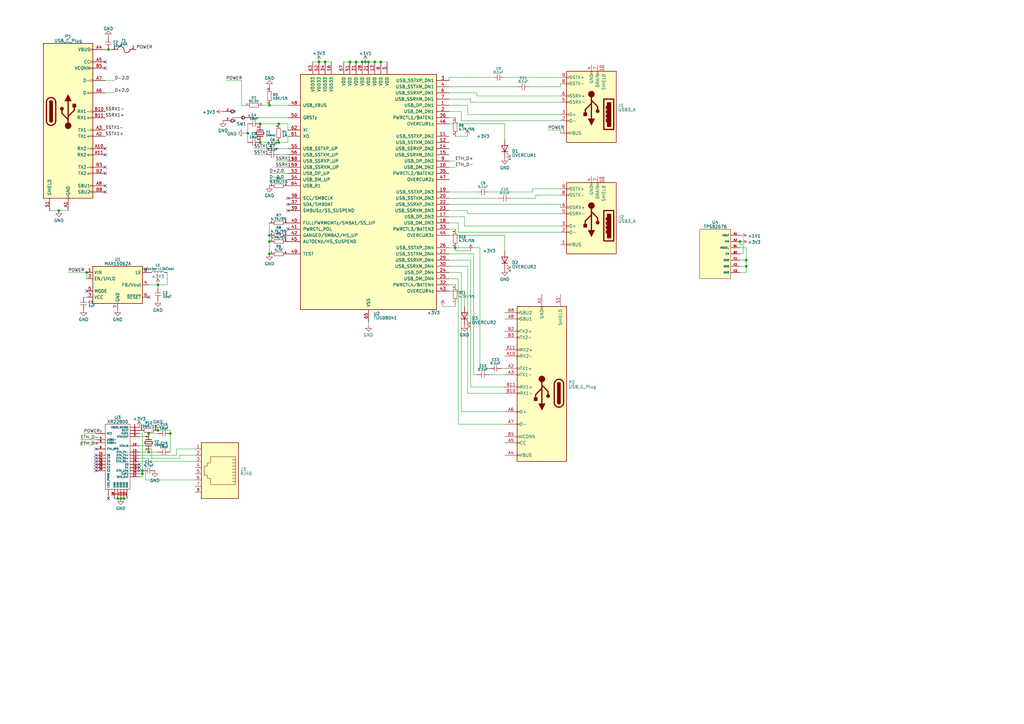
<source format=kicad_sch>
(kicad_sch (version 20220126) (generator eeschema)
  (paper "A3")
  (lib_symbols
    (symbol "Connector:RJ45" (pin_names (offset 1.016))
      (property "Reference" "J" (at -5.08 13.97 0))
      (property "Value" "RJ45" (at 2.54 13.97 0))
      (symbol "RJ45_0_1"
        (polyline (pts (xy -5.08 4.445) (xy -6.35 4.445)))
        (polyline (pts (xy -5.08 5.715) (xy -6.35 5.715)))
        (polyline (pts (xy -6.35 -3.175) (xy -5.08 -3.175) (xy -5.08 -3.175)))
        (polyline (pts (xy -6.35 -1.905) (xy -5.08 -1.905) (xy -5.08 -1.905)))
        (polyline (pts (xy -6.35 -0.635) (xy -5.08 -0.635) (xy -5.08 -0.635)))
        (polyline (pts (xy -6.35 0.635) (xy -5.08 0.635) (xy -5.08 0.635)))
        (polyline (pts (xy -6.35 1.905) (xy -5.08 1.905) (xy -5.08 1.905)))
        (polyline (pts (xy -5.08 3.175) (xy -6.35 3.175) (xy -6.35 3.175)))
        (polyline (pts (xy -6.35 -4.445) (xy -6.35 6.985) (xy 3.81 6.985) (xy 3.81 4.445) (xy 5.08 4.445) (xy 5.08 3.175) (xy 6.35 3.175) (xy 6.35 -0.635) (xy 5.08 -0.635) (xy 5.08 -1.905) (xy 3.81 -1.905) (xy 3.81 -4.445) (xy -6.35 -4.445) (xy -6.35 -4.445)))
        (rectangle (start 7.62 12.7) (end -7.62 -10.16) (stroke (width 0.254)) (fill (type background)))
      )
      (symbol "RJ45_1_1"
        (pin passive line (at 10.16 -7.62 180) (length 2.54) (name "~") (number "1"))
        (pin passive line (at 10.16 -5.08 180) (length 2.54) (name "~") (number "2"))
        (pin passive line (at 10.16 -2.54 180) (length 2.54) (name "~") (number "3"))
        (pin passive line (at 10.16 0 180) (length 2.54) (name "~") (number "4"))
        (pin passive line (at 10.16 2.54 180) (length 2.54) (name "~") (number "5"))
        (pin passive line (at 10.16 5.08 180) (length 2.54) (name "~") (number "6"))
        (pin passive line (at 10.16 7.62 180) (length 2.54) (name "~") (number "7"))
        (pin passive line (at 10.16 10.16 180) (length 2.54) (name "~") (number "8"))
      )
    )
    (symbol "Connector:USB3_A" (pin_names (offset 1.016))
      (property "Reference" "J" (at -10.16 15.24 0))
      (property "Value" "USB3_A" (at 10.16 15.24 0))
      (symbol "USB3_A_0_0"
        (rectangle (start -9.144 8.636) (end -5.08 -3.81) (stroke (width 0.508)))
        (rectangle (start -7.874 7.366) (end -6.604 -2.286) (stroke (width 0.508)) (fill (type outline)))
        (rectangle (start -6.35 0) (end -6.096 -0.762) (stroke (width 0.508)))
        (rectangle (start -6.35 1.778) (end -6.096 1.016) (stroke (width 0.508)))
        (rectangle (start -6.35 3.556) (end -6.096 2.794) (stroke (width 0.508)))
        (rectangle (start -6.35 5.334) (end -6.096 4.572) (stroke (width 0.508)))
        (rectangle (start -2.794 -15.24) (end -2.286 -14.224))
        (rectangle (start -0.254 -15.24) (end 0.254 -14.224))
        (rectangle (start 10.16 -12.446) (end 9.144 -12.954))
        (rectangle (start 10.16 -9.906) (end 9.144 -10.414))
        (rectangle (start 10.16 -4.826) (end 9.144 -5.334))
        (rectangle (start 10.16 -2.286) (end 9.144 -2.794))
        (rectangle (start 10.16 2.794) (end 9.144 2.286))
        (rectangle (start 10.16 5.334) (end 9.144 4.826))
        (rectangle (start 10.16 10.414) (end 9.144 9.906))
      )
      (symbol "USB3_A_0_1"
        (rectangle (start -10.16 13.97) (end 10.16 -15.24) (stroke (width 0.254)) (fill (type background)))
      )
      (symbol "USB3_A_1_1"
        (circle (center -2.54 1.143) (radius 0.635) (stroke (width 0.254)) (fill (type outline)))
        (circle (center 0 -5.842) (radius 1.27) (fill (type outline)))
        (polyline (pts (xy 0 -5.842) (xy 0 4.318)) (stroke (width 0.508)))
        (polyline (pts (xy 0 -3.302) (xy -2.54 -0.762) (xy -2.54 0.508)) (stroke (width 0.508)))
        (polyline (pts (xy 0 -2.032) (xy 2.54 0.508) (xy 2.54 1.778)) (stroke (width 0.508)))
        (polyline (pts (xy -1.27 4.318) (xy 0 6.858) (xy 1.27 4.318) (xy -1.27 4.318)) (stroke (width 0.254)) (fill (type outline)))
        (rectangle (start 1.905 1.778) (end 3.175 3.048) (stroke (width 0.254)) (fill (type outline)))
        (pin power_in line (at 12.7 10.16 180) (length 2.54) (name "VBUS") (number "1"))
        (pin passive line (at -5.08 -17.78 90) (length 2.54) (name "SHIELD") (number "10"))
        (pin bidirectional line (at 12.7 5.08 180) (length 2.54) (name "D-") (number "2"))
        (pin bidirectional line (at 12.7 2.54 180) (length 2.54) (name "D+") (number "3"))
        (pin power_in line (at 0 -17.78 90) (length 2.54) (name "GND") (number "4"))
        (pin output line (at 12.7 -2.54 180) (length 2.54) (name "SSRX-") (number "5"))
        (pin output line (at 12.7 -5.08 180) (length 2.54) (name "SSRX+") (number "6"))
        (pin passive line (at -2.54 -17.78 90) (length 2.54) (name "DRAIN") (number "7"))
        (pin input line (at 12.7 -10.16 180) (length 2.54) (name "SSTX-") (number "8"))
        (pin input line (at 12.7 -12.7 180) (length 2.54) (name "SSTX+") (number "9"))
      )
    )
    (symbol "Connector:USB_C_Plug" (pin_names (offset 1.016))
      (property "Reference" "P" (at -10.16 29.21 0))
      (property "Value" "USB_C_Plug" (at 10.16 29.21 0))
      (symbol "USB_C_Plug_0_0"
        (rectangle (start -0.254 -35.56) (end 0.254 -34.544))
        (rectangle (start 10.16 -32.766) (end 9.144 -33.274))
        (rectangle (start 10.16 -30.226) (end 9.144 -30.734))
        (rectangle (start 10.16 -25.146) (end 9.144 -25.654))
        (rectangle (start 10.16 -22.606) (end 9.144 -23.114))
        (rectangle (start 10.16 -17.526) (end 9.144 -18.034))
        (rectangle (start 10.16 -14.986) (end 9.144 -15.494))
        (rectangle (start 10.16 -9.906) (end 9.144 -10.414))
        (rectangle (start 10.16 -7.366) (end 9.144 -7.874))
        (rectangle (start 10.16 -2.286) (end 9.144 -2.794))
        (rectangle (start 10.16 0.254) (end 9.144 -0.254))
        (rectangle (start 10.16 7.874) (end 9.144 7.366))
        (rectangle (start 10.16 12.954) (end 9.144 12.446))
        (rectangle (start 10.16 18.034) (end 9.144 17.526))
        (rectangle (start 10.16 20.574) (end 9.144 20.066))
        (rectangle (start 10.16 25.654) (end 9.144 25.146))
      )
      (symbol "USB_C_Plug_0_1"
        (rectangle (start -10.16 27.94) (end 10.16 -35.56) (stroke (width 0.254)) (fill (type background)))
        (arc (start -8.89 -3.81) (mid -6.985 -5.7067) (end -5.08 -3.81) (stroke (width 0.508)))
        (arc (start -7.62 -3.81) (mid -6.985 -4.4422) (end -6.35 -3.81) (stroke (width 0.254)))
        (arc (start -7.62 -3.81) (mid -6.985 -4.4422) (end -6.35 -3.81) (stroke (width 0.254)) (fill (type outline)))
        (rectangle (start -7.62 -3.81) (end -6.35 3.81) (stroke (width 0.254)) (fill (type outline)))
        (arc (start -6.35 3.81) (mid -6.985 4.4422) (end -7.62 3.81) (stroke (width 0.254)))
        (arc (start -6.35 3.81) (mid -6.985 4.4422) (end -7.62 3.81) (stroke (width 0.254)) (fill (type outline)))
        (arc (start -5.08 3.81) (mid -6.985 5.7067) (end -8.89 3.81) (stroke (width 0.508)))
        (polyline (pts (xy -8.89 -3.81) (xy -8.89 3.81)) (stroke (width 0.508)))
        (polyline (pts (xy -5.08 3.81) (xy -5.08 -3.81)) (stroke (width 0.508)))
      )
      (symbol "USB_C_Plug_1_1"
        (circle (center -2.54 1.143) (radius 0.635) (stroke (width 0.254)) (fill (type outline)))
        (circle (center 0 -5.842) (radius 1.27) (fill (type outline)))
        (polyline (pts (xy 0 -5.842) (xy 0 4.318)) (stroke (width 0.508)))
        (polyline (pts (xy 0 -3.302) (xy -2.54 -0.762) (xy -2.54 0.508)) (stroke (width 0.508)))
        (polyline (pts (xy 0 -2.032) (xy 2.54 0.508) (xy 2.54 1.778)) (stroke (width 0.508)))
        (polyline (pts (xy -1.27 4.318) (xy 0 6.858) (xy 1.27 4.318) (xy -1.27 4.318)) (stroke (width 0.254)) (fill (type outline)))
        (rectangle (start 1.905 1.778) (end 3.175 3.048) (stroke (width 0.254)) (fill (type outline)))
        (pin passive line (at 0 -40.64 90) (length 5.08) (name "GND") (number "A1"))
        (pin bidirectional line (at 15.24 -15.24 180) (length 5.08) (name "RX2-") (number "A10"))
        (pin bidirectional line (at 15.24 -17.78 180) (length 5.08) (name "RX2+") (number "A11"))
        (pin passive line (at 0 -40.64 90) (length 5.08) hide (name "GND") (number "A12"))
        (pin bidirectional line (at 15.24 -10.16 180) (length 5.08) (name "TX1+") (number "A2"))
        (pin bidirectional line (at 15.24 -7.62 180) (length 5.08) (name "TX1-") (number "A3"))
        (pin passive line (at 15.24 25.4 180) (length 5.08) (name "VBUS") (number "A4"))
        (pin bidirectional line (at 15.24 20.32 180) (length 5.08) (name "CC") (number "A5"))
        (pin bidirectional line (at 15.24 7.62 180) (length 5.08) (name "D+") (number "A6"))
        (pin bidirectional line (at 15.24 12.7 180) (length 5.08) (name "D-") (number "A7"))
        (pin bidirectional line (at 15.24 -30.48 180) (length 5.08) (name "SBU1") (number "A8"))
        (pin passive line (at 15.24 25.4 180) (length 5.08) hide (name "VBUS") (number "A9"))
        (pin passive line (at 0 -40.64 90) (length 5.08) hide (name "GND") (number "B1"))
        (pin bidirectional line (at 15.24 0 180) (length 5.08) (name "RX1-") (number "B10"))
        (pin bidirectional line (at 15.24 -2.54 180) (length 5.08) (name "RX1+") (number "B11"))
        (pin passive line (at 0 -40.64 90) (length 5.08) hide (name "GND") (number "B12"))
        (pin bidirectional line (at 15.24 -25.4 180) (length 5.08) (name "TX2+") (number "B2"))
        (pin bidirectional line (at 15.24 -22.86 180) (length 5.08) (name "TX2-") (number "B3"))
        (pin passive line (at 15.24 25.4 180) (length 5.08) hide (name "VBUS") (number "B4"))
        (pin bidirectional line (at 15.24 17.78 180) (length 5.08) (name "VCONN") (number "B5"))
        (pin bidirectional line (at 15.24 -33.02 180) (length 5.08) (name "SBU2") (number "B8"))
        (pin passive line (at 15.24 25.4 180) (length 5.08) hide (name "VBUS") (number "B9"))
        (pin passive line (at -7.62 -40.64 90) (length 5.08) (name "SHIELD") (number "S1"))
      )
    )
    (symbol "Device:LED" (pin_numbers hide) (pin_names (offset 1.016) hide)
      (property "Reference" "D" (at 0 2.54 0))
      (property "Value" "LED" (at 0 -2.54 0))
      (symbol "LED_0_1"
        (polyline (pts (xy -1.27 -1.27) (xy -1.27 1.27)) (stroke (width 0.254)))
        (polyline (pts (xy -1.27 0) (xy 1.27 0)))
        (polyline (pts (xy 1.27 -1.27) (xy 1.27 1.27) (xy -1.27 0) (xy 1.27 -1.27)) (stroke (width 0.254)))
        (polyline (pts (xy -3.048 -0.762) (xy -4.572 -2.286) (xy -3.81 -2.286) (xy -4.572 -2.286) (xy -4.572 -1.524)))
        (polyline (pts (xy -1.778 -0.762) (xy -3.302 -2.286) (xy -2.54 -2.286) (xy -3.302 -2.286) (xy -3.302 -1.524)))
      )
      (symbol "LED_1_1"
        (pin passive line (at -3.81 0 0) (length 2.54) (name "K") (number "1"))
        (pin passive line (at 3.81 0 180) (length 2.54) (name "A") (number "2"))
      )
    )
    (symbol "Interface_USB:TUSB8041" (pin_names (offset 1.016))
      (property "Reference" "U" (at 15.24 53.34 0))
      (property "Value" "TUSB8041" (at 15.24 50.8 0))
      (symbol "TUSB8041_0_1"
        (rectangle (start -27.94 48.26) (end 27.94 -48.26) (stroke (width 0.254)) (fill (type background)))
      )
      (symbol "TUSB8041_1_1"
        (pin bidirectional line (at 33.02 35.56 180) (length 5.08) (name "USB_DP_DN1") (number "1"))
        (pin bidirectional line (at 33.02 10.16 180) (length 5.08) (name "USB_DM_DN2") (number "10"))
        (pin output line (at 33.02 22.86 180) (length 5.08) (name "USB_SSTXP_DN2") (number "11"))
        (pin output line (at 33.02 20.32 180) (length 5.08) (name "USB_SSTXM_DN2") (number "12"))
        (pin power_in line (at 2.54 53.34 270) (length 5.08) (name "VDD") (number "13"))
        (pin input line (at 33.02 17.78 180) (length 5.08) (name "USB_SSRXP_DN2") (number "14"))
        (pin input line (at 33.02 15.24 180) (length 5.08) (name "USB_SSRXM_DN2") (number "15"))
        (pin power_in line (at -15.24 53.34 270) (length 5.08) (name "VDD33") (number "16"))
        (pin bidirectional line (at 33.02 -10.16 180) (length 5.08) (name "USB_DP_DN3") (number "17"))
        (pin bidirectional line (at 33.02 -12.7 180) (length 5.08) (name "USB_DM_DN3") (number "18"))
        (pin output line (at 33.02 0 180) (length 5.08) (name "USB_SSTXP_DN3") (number "19"))
        (pin bidirectional line (at 33.02 33.02 180) (length 5.08) (name "USB_DM_DN1") (number "2"))
        (pin output line (at 33.02 -2.54 180) (length 5.08) (name "USB_SSTXM_DN3") (number "20"))
        (pin power_in line (at 0 53.34 270) (length 5.08) (name "VDD") (number "21"))
        (pin input line (at 33.02 -5.08 180) (length 5.08) (name "USB_SSRXP_DN3") (number "22"))
        (pin input line (at 33.02 -7.62 180) (length 5.08) (name "USB_SSRXM_DN3") (number "23"))
        (pin bidirectional line (at 33.02 -33.02 180) (length 5.08) (name "USB_DP_DN4") (number "24"))
        (pin bidirectional line (at 33.02 -35.56 180) (length 5.08) (name "USB_DM_DN4") (number "25"))
        (pin output line (at 33.02 -22.86 180) (length 5.08) (name "USB_SSTXP_DN4") (number "26"))
        (pin output line (at 33.02 -25.4 180) (length 5.08) (name "USB_SSTXM_DN4") (number "27"))
        (pin power_in line (at -2.54 53.34 270) (length 5.08) (name "VDD") (number "28"))
        (pin input line (at 33.02 -27.94 180) (length 5.08) (name "USB_SSRXP_DN4") (number "29"))
        (pin output line (at 33.02 45.72 180) (length 5.08) (name "USB_SSTXP_DN1") (number "3"))
        (pin input line (at 33.02 -30.48 180) (length 5.08) (name "USB_SSRXM_DN4") (number "30"))
        (pin power_in line (at -5.08 53.34 270) (length 5.08) (name "VDD") (number "31"))
        (pin bidirectional line (at 33.02 -38.1 180) (length 5.08) (name "PWRCTL4/BATEN4") (number "32"))
        (pin bidirectional line (at 33.02 -15.24 180) (length 5.08) (name "PWRCTL3/BATEN3") (number "33"))
        (pin power_in line (at -17.78 53.34 270) (length 5.08) (name "VDD33") (number "34"))
        (pin bidirectional line (at 33.02 7.62 180) (length 5.08) (name "PWRCTL2/BATEN2") (number "35"))
        (pin bidirectional line (at 33.02 30.48 180) (length 5.08) (name "PWRCTL1/BATEN1") (number "36"))
        (pin bidirectional line (at -33.02 -5.08 0) (length 5.08) (name "SDA/SMBDAT") (number "37"))
        (pin bidirectional line (at -33.02 -2.54 0) (length 5.08) (name "SCL/SMBCLK") (number "38"))
        (pin bidirectional line (at -33.02 -7.62 0) (length 5.08) (name "SMBUSz/SS_SUSPEND") (number "39"))
        (pin output line (at 33.02 43.18 180) (length 5.08) (name "USB_SSTXM_DN1") (number "4"))
        (pin bidirectional line (at -33.02 -12.7 0) (length 5.08) (name "FULLPWRMGMTz/SMBA1/SS_UP") (number "40"))
        (pin bidirectional line (at -33.02 -15.24 0) (length 5.08) (name "PWRCTL_POL") (number "41"))
        (pin bidirectional line (at -33.02 -17.78 0) (length 5.08) (name "GANGED/SMBA2/HS_UP") (number "42"))
        (pin input line (at 33.02 -40.64 180) (length 5.08) (name "OVERCUR4z") (number "43"))
        (pin input line (at 33.02 -17.78 180) (length 5.08) (name "OVERCUR3z") (number "44"))
        (pin bidirectional line (at -33.02 -20.32 0) (length 5.08) (name "AUTOENz/HS_SUSPEND") (number "45"))
        (pin input line (at 33.02 27.94 180) (length 5.08) (name "OVERCUR1z") (number "46"))
        (pin input line (at 33.02 5.08 180) (length 5.08) (name "OVERCUR2z") (number "47"))
        (pin input line (at -33.02 35.56 0) (length 5.08) (name "USB_VBUS") (number "48"))
        (pin input line (at -33.02 -25.4 0) (length 5.08) (name "TEST") (number "49"))
        (pin power_in line (at 7.62 53.34 270) (length 5.08) (name "VDD") (number "5"))
        (pin input line (at -33.02 30.48 0) (length 5.08) (name "GRSTz") (number "50"))
        (pin power_in line (at -7.62 53.34 270) (length 5.08) (name "VDD") (number "51"))
        (pin power_in line (at -20.32 53.34 270) (length 5.08) (name "VDD33") (number "52"))
        (pin bidirectional line (at -33.02 7.62 0) (length 5.08) (name "USB_DP_UP") (number "53"))
        (pin bidirectional line (at -33.02 5.08 0) (length 5.08) (name "USB_DM_UP") (number "54"))
        (pin output line (at -33.02 17.78 0) (length 5.08) (name "USB_SSTXP_UP") (number "55"))
        (pin output line (at -33.02 15.24 0) (length 5.08) (name "USB_SSTXM_UP") (number "56"))
        (pin power_in line (at -10.16 53.34 270) (length 5.08) (name "VDD") (number "57"))
        (pin input line (at -33.02 12.7 0) (length 5.08) (name "USB_SSRXP_UP") (number "58"))
        (pin input line (at -33.02 10.16 0) (length 5.08) (name "USB_SSRXM_UP") (number "59"))
        (pin input line (at 33.02 40.64 180) (length 5.08) (name "USB_SSRXP_DN1") (number "6"))
        (pin no_connect line (at 33.02 -45.72 180) (length 5.08) hide (name "NC") (number "60"))
        (pin output line (at -33.02 22.86 0) (length 5.08) (name "XO") (number "61"))
        (pin input line (at -33.02 25.4 0) (length 5.08) (name "XI") (number "62"))
        (pin power_in line (at -22.86 53.34 270) (length 5.08) (name "VDD33") (number "63"))
        (pin input line (at -33.02 2.54 0) (length 5.08) (name "USB_R1") (number "64"))
        (pin power_in line (at 0 -53.34 90) (length 5.08) (name "VSS") (number "65"))
        (pin input line (at 33.02 38.1 180) (length 5.08) (name "USB_SSRXM_DN1") (number "7"))
        (pin power_in line (at 5.08 53.34 270) (length 5.08) (name "VDD") (number "8"))
        (pin bidirectional line (at 33.02 12.7 180) (length 5.08) (name "USB_DP_DN2") (number "9"))
      )
    )
    (symbol "Lib1:+3.3V-power" (power) (pin_names (offset 0))
      (property "Value" "+3.3V-power" (at 0 3.556 0))
      (symbol "+3.3V-power_0_1"
        (polyline (pts (xy -0.762 1.27) (xy 0 2.54)))
        (polyline (pts (xy 0 0) (xy 0 2.54)))
        (polyline (pts (xy 0 2.54) (xy 0.762 1.27)))
      )
      (symbol "+3.3V-power_1_1"
        (pin power_in line (at 0 0 90) (length 0) hide (name "+3V3") (number "1"))
      )
    )
    (symbol "Lib1:C(MM)-LibCool" (pin_numbers hide) (pin_names (offset 0.254))
      (property "Reference" "C" (at -1.27 2.54 0))
      (property "Value" "C(MM)-LibCool" (at -2.54 -2.54 0))
      (symbol "C(MM)-LibCool_0_1"
        (polyline (pts (xy -0.508 1.27) (xy -0.508 -1.27)))
        (polyline (pts (xy 0.508 1.27) (xy 0.508 -1.27)))
      )
      (symbol "C(MM)-LibCool_1_1"
        (pin passive line (at -2.54 0 0) (length 2.032) (name "~") (number "1"))
        (pin passive line (at 2.54 0 180) (length 2.032) (name "~") (number "2"))
      )
    )
    (symbol "Lib1:DOUBLE_KEY"
      (property "Reference" "SW" (at 0 0 0))
      (property "Value" "DOUBLE_KEY" (at 0 2.54 0))
      (symbol "DOUBLE_KEY_0_1"
        (circle (center -1.905 -2.54) (radius 0.635) (stroke (width 0.3048)))
        (polyline (pts (xy -1.27 -2.54) (xy 2.54 -2.54)) (stroke (width 0.1524)))
        (circle (center 2.54 -3.81) (radius 0.635) (stroke (width 0.3048)))
        (circle (center 2.54 0) (radius 0.635) (stroke (width 0.3048)))
      )
      (symbol "DOUBLE_KEY_1_1"
        (pin input line (at -6.35 -2.54 0) (length 3.81) (name "1") (number "1"))
        (pin input line (at 6.35 -3.81 180) (length 3.81) (name "2") (number "2"))
        (pin input line (at 6.35 0 180) (length 3.81) (name "2") (number "2"))
      )
    )
    (symbol "Lib1:FUSE*-LibCool" (pin_names (offset 0.254))
      (property "Reference" "F" (at 2.54 1.27 0))
      (property "Value" "FUSE*-LibCool" (at -2.54 -1.27 0))
      (symbol "FUSE*-LibCool_0_1"
        (arc (start 0 0) (mid -1.27 1.2645) (end -2.54 0) (stroke (width 0.254)))
        (arc (start 0 0) (mid 1.27 -1.2645) (end 2.54 0) (stroke (width 0.254)))
      )
      (symbol "FUSE*-LibCool_1_1"
        (pin input line (at -5.08 0 0) (length 2.54) (name "~") (number "1"))
        (pin input line (at 5.08 0 180) (length 2.54) (name "~") (number "2"))
      )
    )
    (symbol "Lib1:GND-power" (power) (pin_names (offset 0))
      (property "Value" "GND-power" (at 0 -3.81 0))
      (symbol "GND-power_0_1"
        (polyline (pts (xy 0 0) (xy 0 -1.27) (xy 1.27 -1.27) (xy 0 -2.54) (xy -1.27 -1.27) (xy 0 -1.27)))
      )
      (symbol "GND-power_1_1"
        (pin power_in line (at 0 0 270) (length 0) hide (name "GND") (number "1"))
      )
    )
    (symbol "Lib1:Inductor-LibCool" (pin_numbers hide) (pin_names (offset 1.016) hide)
      (property "Reference" "L" (at -1.27 0 90))
      (property "Value" "Inductor-LibCool" (at 1.27 0 90))
      (symbol "Inductor-LibCool_0_1"
        (arc (start 0 -2.54) (mid 0.6322 -1.905) (end 0 -1.27))
        (arc (start 0 -1.27) (mid 0.6322 -0.635) (end 0 0))
        (arc (start 0 0) (mid 0.6322 0.635) (end 0 1.27))
        (arc (start 0 1.27) (mid 0.6322 1.905) (end 0 2.54))
      )
      (symbol "Inductor-LibCool_1_1"
        (pin passive line (at 0 3.81 270) (length 1.27) (name "1") (number "1"))
        (pin passive line (at 0 -3.81 90) (length 1.27) (name "2") (number "2"))
      )
    )
    (symbol "Lib1:OSC-LibCool" (pin_names (offset 1.016))
      (property "Reference" "Y" (at 2.54 -0.889 0))
      (property "Value" "OSC-LibCool" (at -2.794 -0.889 0))
      (symbol "OSC-LibCool_0_1"
        (rectangle (start -0.508 1.524) (end 0.508 -1.524) (stroke (width 0.3048)))
        (polyline (pts (xy 1.27 1.27) (xy 1.27 -1.27)) (stroke (width 0.3048)))
        (polyline (pts (xy -1.27 1.27) (xy -1.27 0) (xy -1.27 -1.27)) (stroke (width 0.3048)))
      )
      (symbol "OSC-LibCool_1_1"
        (pin input line (at -3.81 0 0) (length 2.54) (name "~") (number "1"))
        (pin input line (at 3.81 0 180) (length 2.54) (name "~") (number "2"))
      )
    )
    (symbol "Lib1:RES(M)-LibCool" (pin_names (offset 1.016))
      (property "Reference" "R" (at 0 1.905 0))
      (property "Value" "RES(M)-LibCool" (at 0 -1.905 0))
      (symbol "RES(M)-LibCool_0_1"
        (rectangle (start -1.905 0.762) (end 1.905 -0.762))
      )
      (symbol "RES(M)-LibCool_1_1"
        (pin input line (at -3.81 0 0) (length 1.905) (name "~") (number "1"))
        (pin input line (at 3.81 0 180) (length 1.905) (name "~") (number "2"))
      )
    )
    (symbol "Lib1:TPS82676"
      (property "Reference" "U" (at 0 0 0))
      (property "Value" "TPS82676" (at 0 2.54 0))
      (symbol "TPS82676_0_1"
        (rectangle (start -6.35 -1.27) (end 6.35 -21.59) (stroke (width 0.1524)) (fill (type background)))
      )
      (symbol "TPS82676_1_1"
        (pin input line (at 10.16 -3.81 180) (length 3.81) (name "VOUT") (number "A1"))
        (pin input line (at 10.16 -6.35 180) (length 3.81) (name "VIN") (number "A2"))
        (pin input line (at 10.16 -8.89 180) (length 3.81) (name "MODE_") (number "B1"))
        (pin input line (at 10.16 -11.43 180) (length 3.81) (name "EN") (number "B2"))
        (pin input line (at 10.16 -13.97 180) (length 3.81) (name "GND") (number "C1"))
        (pin input line (at 10.16 -16.51 180) (length 3.81) (name "GND") (number "C2"))
        (pin input line (at 10.16 -19.05 180) (length 3.81) (name "GND") (number "C3"))
      )
    )
    (symbol "Lib1:XR22800"
      (property "Reference" "U" (at 0 0 0))
      (property "Value" "XR22800" (at 0 2.54 0))
      (symbol "XR22800_0_1"
        (rectangle (start -3.81 -1.27) (end 6.35 -27.94) (stroke (width 0.1524)))
      )
      (symbol "XR22800_1_1"
        (pin input line (at -2.54 -31.75 90) (length 3.81) (name "LOW_PWR#") (number ""))
        (pin input line (at 10.16 -2.54 180) (length 3.81) (name "VBUS_SENSE") (number "1"))
        (pin input line (at 10.16 -10.16 180) (length 3.81) (name "XTALIN") (number "10"))
        (pin input line (at 10.16 -22.86 180) (length 3.81) (name "3V3_OUT") (number "11"))
        (pin input line (at 3.81 -31.75 90) (length 3.81) (name "GND") (number "12"))
        (pin input line (at 10.16 -12.7 180) (length 3.81) (name "ETH_TX-") (number "13"))
        (pin input line (at 10.16 -13.97 180) (length 3.81) (name "ETH_TX+") (number "14"))
        (pin input line (at 10.16 -15.24 180) (length 3.81) (name "ETH_RX+") (number "15"))
        (pin input line (at 10.16 -16.51 180) (length 3.81) (name "ETH_RX-") (number "16"))
        (pin input line (at 10.16 -17.78 180) (length 3.81) (name "E0") (number "17"))
        (pin input line (at 10.16 -19.05 180) (length 3.81) (name "E1") (number "18"))
        (pin input line (at 10.16 -20.32 180) (length 3.81) (name "ETH_Link") (number "19"))
        (pin input line (at 10.16 -3.81 180) (length 3.81) (name "REXT") (number "2"))
        (pin input line (at 10.16 -21.59 180) (length 3.81) (name "CAP2") (number "20"))
        (pin input line (at 2.54 -31.75 90) (length 3.81) (name "GND") (number "21"))
        (pin input line (at 5.08 -31.75 90) (length 3.81) (name "GND") (number "22"))
        (pin input line (at -7.62 -13.97 0) (length 3.81) (name "E6") (number "23"))
        (pin input line (at -7.62 -15.24 0) (length 3.81) (name "E7") (number "24"))
        (pin input line (at -7.62 -16.51 0) (length 3.81) (name "E5") (number "25"))
        (pin input line (at -7.62 -17.78 0) (length 3.81) (name "E4") (number "26"))
        (pin input line (at 0 -31.75 90) (length 3.81) (name "GND") (number "28"))
        (pin input line (at -7.62 -19.05 0) (length 3.81) (name "E2") (number "29"))
        (pin input line (at 10.16 -5.08 180) (length 3.81) (name "CAP1") (number "3"))
        (pin input line (at -7.62 -20.32 0) (length 3.81) (name "E3") (number "30"))
        (pin input line (at 1.27 -31.75 90) (length 3.81) (name "GND") (number "4"))
        (pin input line (at -7.62 -7.62 0) (length 3.81) (name "USBD-") (number "5"))
        (pin input line (at -7.62 -8.89 0) (length 3.81) (name "USBD+") (number "6"))
        (pin input line (at -7.62 -5.08 0) (length 3.81) (name "VCC") (number "7"))
        (pin input line (at -7.62 -11.43 0) (length 3.81) (name "ETH_SPD") (number "8"))
        (pin input line (at 10.16 -6.35 180) (length 3.81) (name "XTALOUT") (number "9"))
      )
    )
    (symbol "Regulator_Switching:MAX15062A"
      (property "Reference" "U" (at -10.16 11.43 0))
      (property "Value" "MAX15062A" (at -10.16 8.89 0))
      (symbol "MAX15062A_0_1"
        (rectangle (start -10.16 7.62) (end 10.16 -7.62) (stroke (width 0.254)) (fill (type background)))
      )
      (symbol "MAX15062A_1_1"
        (pin power_in line (at -12.7 5.08 0) (length 2.54) (name "VIN") (number "1"))
        (pin input line (at -12.7 2.54 0) (length 2.54) (name "EN/UVLO") (number "2"))
        (pin power_out line (at -12.7 -5.08 0) (length 2.54) (name "VCC") (number "3"))
        (pin input line (at 12.7 0 180) (length 2.54) (name "FB/Vout") (number "4"))
        (pin input line (at -12.7 -2.54 0) (length 2.54) (name "MODE") (number "5"))
        (pin open_collector line (at 12.7 -5.08 180) (length 2.54) (name "~{RESET}") (number "6"))
        (pin power_in line (at 0 -10.16 90) (length 2.54) (name "GND") (number "7"))
        (pin power_out line (at 12.7 5.08 180) (length 2.54) (name "LX") (number "8"))
      )
    )
    (symbol "power:+1V1" (power) (pin_names (offset 0))
      (property "Value" "+1V1" (at 0 3.556 0))
      (symbol "+1V1_0_1"
        (polyline (pts (xy -0.762 1.27) (xy 0 2.54)))
        (polyline (pts (xy 0 0) (xy 0 2.54)))
        (polyline (pts (xy 0 2.54) (xy 0.762 1.27)))
      )
      (symbol "+1V1_1_1"
        (pin power_in line (at 0 0 90) (length 0) hide (name "+1V1") (number "1"))
      )
    )
  )
  (junction (at 64.77 176.53))
  (junction (at 146.05 25.4))
  (junction (at 49.53 204.47))
  (junction (at 303.53 99.06))
  (junction (at 48.26 204.47))
  (junction (at 110.49 104.14))
  (junction (at 60.96 177.8))
  (junction (at 306.07 109.22))
  (junction (at 133.35 25.4))
  (junction (at 58.42 194.31))
  (junction (at 143.51 25.4))
  (junction (at 69.85 177.8))
  (junction (at 149.86 25.4))
  (junction (at 101.6 54.61))
  (junction (at 110.49 43.18))
  (junction (at 153.67 25.4))
  (junction (at 130.81 25.4))
  (junction (at 64.77 116.84))
  (junction (at 44.45 20.32))
  (junction (at 58.42 193.04))
  (junction (at 35.56 111.76))
  (junction (at 186.69 101.6))
  (junction (at 50.8 204.47))
  (junction (at 24.13 86.36))
  (junction (at 156.21 25.4))
  (junction (at 114.3 50.8))
  (junction (at 306.07 106.68))
  (junction (at 106.68 58.42))
  (junction (at 110.49 99.06))
  (junction (at 106.68 50.8))
  (junction (at 60.96 185.42))
  (junction (at 110.49 96.52))
  (junction (at 114.3 58.42))
  (junction (at 151.13 25.4))
  (junction (at 148.59 25.4))
  (no_connect (at 118.11 86.36))
  (no_connect (at 118.11 93.98))
  (no_connect (at 118.11 81.28))
  (no_connect (at 118.11 83.82))
  (no_connect (at 39.37 186.69))
  (no_connect (at 39.37 187.96))
  (no_connect (at 39.37 189.23))
  (no_connect (at 39.37 190.5))
  (no_connect (at 39.37 191.77))
  (no_connect (at 39.37 193.04))
  (no_connect (at 57.15 190.5))
  (no_connect (at 57.15 191.77))
  (no_connect (at 39.37 184.15))
  (no_connect (at 44.45 204.47))
  (no_connect (at 43.18 60.96))
  (no_connect (at 43.18 63.5))
  (no_connect (at 43.18 68.58))
  (no_connect (at 43.18 71.12))
  (no_connect (at 43.18 76.2))
  (no_connect (at 43.18 25.4))
  (no_connect (at 43.18 27.94))
  (no_connect (at 43.18 78.74))
  (no_connect (at 35.56 119.38))
  (no_connect (at 60.96 121.92))
  (no_connect (at 57.15 193.04))
  (wire (pts (xy 306.07 101.6) (xy 306.07 106.68)))
  (wire (pts (xy 143.51 25.4) (xy 146.05 25.4)))
  (wire (pts (xy 110.49 43.18) (xy 118.11 43.18)))
  (wire (pts (xy 114.3 58.42) (xy 118.11 58.42)))
  (wire (pts (xy 59.69 196.85) (xy 80.01 196.85)))
  (wire (pts (xy 187.96 95.25) (xy 229.87 95.25)))
  (wire (pts (xy 60.96 185.42) (xy 64.77 185.42)))
  (wire (pts (xy 80.01 184.15) (xy 72.39 184.15)))
  (wire (pts (xy 68.58 116.84) (xy 64.77 116.84)))
  (wire (pts (xy 118.11 53.34) (xy 118.11 50.8)))
  (wire (pts (xy 46.99 204.47) (xy 48.26 204.47)))
  (wire (pts (xy 190.5 88.9) (xy 190.5 92.71)))
  (wire (pts (xy 186.69 124.46) (xy 186.69 125.73)))
  (wire (pts (xy 151.13 25.4) (xy 153.67 25.4)))
  (wire (pts (xy 68.58 111.76) (xy 68.58 116.84)))
  (wire (pts (xy 184.15 50.8) (xy 207.01 50.8)))
  (wire (pts (xy 80.01 186.69) (xy 73.66 186.69)))
  (wire (pts (xy 57.15 185.42) (xy 59.69 185.42)))
  (wire (pts (xy 110.49 96.52) (xy 110.49 99.06)))
  (wire (pts (xy 229.87 87.63) (xy 191.77 87.63)))
  (wire (pts (xy 184.15 119.38) (xy 190.5 119.38)))
  (wire (pts (xy 303.53 109.22) (xy 306.07 109.22)))
  (wire (pts (xy 193.04 106.68) (xy 193.04 158.75)))
  (wire (pts (xy 186.69 55.88) (xy 191.77 55.88)))
  (wire (pts (xy 106.68 58.42) (xy 114.3 58.42)))
  (wire (pts (xy 92.71 33.02) (xy 99.06 33.02)))
  (wire (pts (xy 218.44 77.47) (xy 229.87 77.47)))
  (wire (pts (xy 73.66 186.69) (xy 73.66 187.96)))
  (wire (pts (xy 184.15 66.04) (xy 186.69 66.04)))
  (wire (pts (xy 107.95 43.18) (xy 110.49 43.18)))
  (wire (pts (xy 113.03 68.58) (xy 118.11 68.58)))
  (wire (pts (xy 190.5 119.38) (xy 190.5 125.73)))
  (wire (pts (xy 43.18 20.32) (xy 44.45 20.32)))
  (wire (pts (xy 191.77 43.18) (xy 184.15 43.18)))
  (wire (pts (xy 128.27 25.4) (xy 130.81 25.4)))
  (wire (pts (xy 219.71 80.01) (xy 219.71 81.28)))
  (wire (pts (xy 60.96 189.23) (xy 60.96 187.96)))
  (wire (pts (xy 153.67 25.4) (xy 156.21 25.4)))
  (wire (pts (xy 229.87 46.99) (xy 191.77 46.99)))
  (wire (pts (xy 306.07 109.22) (xy 306.07 106.68)))
  (wire (pts (xy 114.3 63.5) (xy 118.11 63.5)))
  (wire (pts (xy 191.77 109.22) (xy 191.77 161.29)))
  (wire (pts (xy 187.96 173.99) (xy 207.01 173.99)))
  (wire (pts (xy 48.26 204.47) (xy 49.53 204.47)))
  (wire (pts (xy 184.15 88.9) (xy 190.5 88.9)))
  (wire (pts (xy 204.4877 81.28) (xy 184.15 81.28)))
  (wire (pts (xy 60.96 177.8) (xy 64.77 177.8)))
  (wire (pts (xy 184.15 83.82) (xy 229.87 83.82)))
  (wire (pts (xy 104.14 63.5) (xy 109.22 63.5)))
  (wire (pts (xy 60.96 116.84) (xy 64.77 116.84)))
  (wire (pts (xy 101.6 54.61) (xy 100.33 54.61)))
  (wire (pts (xy 184.15 109.22) (xy 191.77 109.22)))
  (wire (pts (xy 184.15 111.76) (xy 189.23 111.76)))
  (wire (pts (xy 193.04 158.75) (xy 207.01 158.75)))
  (wire (pts (xy 306.07 109.22) (xy 306.07 111.76)))
  (wire (pts (xy 189.23 49.53) (xy 229.87 49.53)))
  (wire (pts (xy 69.85 177.8) (xy 69.85 185.42)))
  (wire (pts (xy 27.94 111.76) (xy 35.56 111.76)))
  (wire (pts (xy 156.21 25.4) (xy 158.75 25.4)))
  (wire (pts (xy 34.29 121.92) (xy 35.56 121.92)))
  (wire (pts (xy 193.04 41.91) (xy 229.87 41.91)))
  (wire (pts (xy 186.69 102.87) (xy 186.69 101.6)))
  (wire (pts (xy 306.07 111.76) (xy 303.53 111.76)))
  (wire (pts (xy 191.77 161.29) (xy 207.01 161.29)))
  (wire (pts (xy 114.3 50.8) (xy 118.11 50.8)))
  (wire (pts (xy 148.59 25.4) (xy 149.86 25.4)))
  (wire (pts (xy 207.01 96.52) (xy 207.01 102.87)))
  (wire (pts (xy 184.15 40.64) (xy 193.04 40.64)))
  (wire (pts (xy 50.8 204.47) (xy 52.07 204.47)))
  (wire (pts (xy 49.53 204.47) (xy 50.8 204.47)))
  (wire (pts (xy 195.58 38.1) (xy 184.15 38.1)))
  (wire (pts (xy 184.15 93.98) (xy 186.69 93.98)))
  (wire (pts (xy 229.87 80.01) (xy 219.71 80.01)))
  (wire (pts (xy 196.85 101.6) (xy 196.85 151.13)))
  (wire (pts (xy 69.85 177.8) (xy 69.85 176.53)))
  (wire (pts (xy 181.61 125.73) (xy 186.69 125.73)))
  (wire (pts (xy 57.15 177.8) (xy 58.42 177.8)))
  (wire (pts (xy 104.14 48.26) (xy 118.11 48.26)))
  (wire (pts (xy 194.31 153.67) (xy 195.5286 153.67)))
  (wire (pts (xy 114.3 60.96) (xy 118.11 60.96)))
  (wire (pts (xy 193.04 102.87) (xy 186.69 102.87)))
  (wire (pts (xy 229.87 31.75) (xy 207.01 31.75)))
  (wire (pts (xy 151.13 132.08) (xy 151.13 133.35)))
  (wire (pts (xy 99.06 33.02) (xy 99.06 43.18)))
  (wire (pts (xy 24.13 86.36) (xy 27.94 86.36)))
  (wire (pts (xy 184.15 35.56) (xy 212.09 35.56)))
  (wire (pts (xy 110.49 71.12) (xy 118.11 71.12)))
  (wire (pts (xy 59.69 189.23) (xy 59.69 196.85)))
  (wire (pts (xy 58.42 177.8) (xy 58.42 193.04)))
  (wire (pts (xy 195.58 39.37) (xy 195.58 38.1)))
  (wire (pts (xy 39.37 181.61) (xy 33.02 181.61)))
  (wire (pts (xy 33.02 181.61) (xy 33.02 182.88)))
  (wire (pts (xy 200.6086 153.67) (xy 207.01 153.67)))
  (wire (pts (xy 304.8 100.33) (xy 304.8 104.14)))
  (wire (pts (xy 200.66 78.74) (xy 218.44 78.74)))
  (wire (pts (xy 80.01 189.23) (xy 60.96 189.23)))
  (wire (pts (xy 184.15 104.14) (xy 194.31 104.14)))
  (wire (pts (xy 184.15 48.26) (xy 186.69 48.26)))
  (wire (pts (xy 62.23 187.96) (xy 62.23 184.15)))
  (wire (pts (xy 101.6 54.61) (xy 101.6 58.42)))
  (wire (pts (xy 73.66 187.96) (xy 62.23 187.96)))
  (wire (pts (xy 190.5 92.71) (xy 229.87 92.71)))
  (wire (pts (xy 184.15 96.52) (xy 207.01 96.52)))
  (wire (pts (xy 303.53 99.06) (xy 303.53 100.33)))
  (wire (pts (xy 184.15 78.74) (xy 195.58 78.74)))
  (wire (pts (xy 146.05 25.4) (xy 148.59 25.4)))
  (wire (pts (xy 229.87 39.37) (xy 195.58 39.37)))
  (wire (pts (xy 149.86 25.4) (xy 151.13 25.4)))
  (wire (pts (xy 106.68 50.8) (xy 114.3 50.8)))
  (wire (pts (xy 189.23 111.76) (xy 189.23 168.91)))
  (wire (pts (xy 189.23 45.72) (xy 189.23 49.53)))
  (wire (pts (xy 184.15 91.44) (xy 187.96 91.44)))
  (wire (pts (xy 187.96 91.44) (xy 187.96 95.25)))
  (wire (pts (xy 110.49 91.44) (xy 110.49 96.52)))
  (wire (pts (xy 60.96 179.07) (xy 60.96 177.8)))
  (wire (pts (xy 186.69 101.6) (xy 196.85 101.6)))
  (wire (pts (xy 196.85 151.13) (xy 200.66 151.13)))
  (wire (pts (xy 193.04 40.64) (xy 193.04 41.91)))
  (wire (pts (xy 184.15 116.84) (xy 186.69 116.84)))
  (wire (pts (xy 72.39 186.69) (xy 57.15 186.69)))
  (wire (pts (xy 207.01 50.8) (xy 207.01 57.15)))
  (wire (pts (xy 20.32 86.36) (xy 24.13 86.36)))
  (wire (pts (xy 306.07 106.68) (xy 303.53 106.68)))
  (wire (pts (xy 72.39 184.15) (xy 72.39 186.69)))
  (wire (pts (xy 60.96 187.96) (xy 57.15 187.96)))
  (wire (pts (xy 35.56 111.76) (xy 35.56 114.3)))
  (wire (pts (xy 57.15 194.31) (xy 58.42 194.31)))
  (wire (pts (xy 229.87 53.34) (xy 229.87 54.61)))
  (wire (pts (xy 58.42 194.31) (xy 58.42 193.04)))
  (wire (pts (xy 57.15 182.88) (xy 60.96 182.88)))
  (wire (pts (xy 219.71 81.28) (xy 209.5677 81.28)))
  (wire (pts (xy 229.87 83.82) (xy 229.87 85.09)))
  (wire (pts (xy 303.53 100.33) (xy 304.8 100.33)))
  (wire (pts (xy 229.87 35.56) (xy 229.87 34.29)))
  (wire (pts (xy 201.93 31.75) (xy 184.15 31.75)))
  (wire (pts (xy 99.06 43.18) (xy 100.33 43.18)))
  (wire (pts (xy 133.35 25.4) (xy 135.89 25.4)))
  (wire (pts (xy 60.96 182.88) (xy 60.96 185.42)))
  (wire (pts (xy 34.29 177.8) (xy 39.37 177.8)))
  (wire (pts (xy 303.53 101.6) (xy 306.07 101.6)))
  (wire (pts (xy 43.18 38.1) (xy 46.99 38.1)))
  (wire (pts (xy 62.23 184.15) (xy 59.69 184.15)))
  (wire (pts (xy 217.17 35.56) (xy 229.87 35.56)))
  (wire (pts (xy 184.15 31.75) (xy 184.15 33.02)))
  (wire (pts (xy 101.6 50.8) (xy 101.6 54.61)))
  (wire (pts (xy 104.14 60.96) (xy 109.22 60.96)))
  (wire (pts (xy 44.45 20.32) (xy 45.72 20.32)))
  (wire (pts (xy 184.15 45.72) (xy 189.23 45.72)))
  (wire (pts (xy 191.77 86.36) (xy 184.15 86.36)))
  (wire (pts (xy 184.15 114.3) (xy 187.96 114.3)))
  (wire (pts (xy 304.8 104.14) (xy 303.53 104.14)))
  (wire (pts (xy 184.15 106.68) (xy 193.04 106.68)))
  (wire (pts (xy 57.15 179.07) (xy 60.96 179.07)))
  (wire (pts (xy 118.11 55.88) (xy 118.11 58.42)))
  (wire (pts (xy 57.15 189.23) (xy 59.69 189.23)))
  (wire (pts (xy 218.44 78.74) (xy 218.44 77.47)))
  (wire (pts (xy 224.79 53.34) (xy 229.87 53.34)))
  (wire (pts (xy 33.02 180.34) (xy 39.37 180.34)))
  (wire (pts (xy 57.15 195.58) (xy 58.42 195.58)))
  (wire (pts (xy 187.96 114.3) (xy 187.96 173.99)))
  (wire (pts (xy 130.81 25.4) (xy 133.35 25.4)))
  (wire (pts (xy 113.03 66.04) (xy 118.11 66.04)))
  (wire (pts (xy 110.49 99.06) (xy 110.49 104.14)))
  (wire (pts (xy 64.77 116.84) (xy 64.77 118.11)))
  (wire (pts (xy 184.15 68.58) (xy 186.69 68.58)))
  (wire (pts (xy 191.77 87.63) (xy 191.77 86.36)))
  (wire (pts (xy 189.23 168.91) (xy 207.01 168.91)))
  (wire (pts (xy 191.77 46.99) (xy 191.77 43.18)))
  (wire (pts (xy 140.97 25.4) (xy 143.51 25.4)))
  (wire (pts (xy 194.31 104.14) (xy 194.31 153.67)))
  (wire (pts (xy 69.85 176.53) (xy 64.77 176.53)))
  (wire (pts (xy 184.15 101.6) (xy 186.69 101.6)))
  (wire (pts (xy 205.74 151.13) (xy 207.01 151.13)))
  (wire (pts (xy 58.42 195.58) (xy 58.42 194.31)))
  (wire (pts (xy 59.69 184.15) (xy 59.69 185.42)))
  (wire (pts (xy 110.49 73.66) (xy 118.11 73.66)))
  (wire (pts (xy 43.18 33.02) (xy 46.99 33.02)))
  (label "POWER" (at 92.71 33.02 0))
  (label "D+2.0" (at 110.49 71.12 0))
  (label "SSTX1+" (at 104.14 60.96 0))
  (label "D-2.0" (at 110.49 73.66 0))
  (label "ETH_D+" (at 186.69 66.04 0))
  (label "SSTX1-" (at 43.18 53.34 0))
  (label "SSRX1+" (at 113.03 66.04 0))
  (label "SSRX1+" (at 43.18 48.26 0))
  (label "POWER" (at 34.29 177.8 0))
  (label "POWER" (at 55.88 20.32 0))
  (label "SSTX1+" (at 43.18 55.88 0))
  (label "ETH_D+" (at 33.02 182.88 0))
  (label "SSRX1-" (at 43.18 45.72 0))
  (label "POWER" (at 224.79 53.34 0))
  (label "ETH_D-" (at 186.69 68.58 0))
  (label "POWER" (at 27.94 111.76 0))
  (label "SSTX1-" (at 104.14 63.5 0))
  (label "D-2.0" (at 46.99 33.02 0))
  (label "SSRX1-" (at 113.03 68.58 0))
  (label "D+2.0" (at 46.99 38.1 0))
  (label "ETH_D-" (at 33.02 180.34 0))
  (symbol (lib_id "Lib1:GND-power") (at 48.26 127 0) (unit 1)
    (property "Reference" "#PWR03" (effects hide))
    (property "Value" "GND-power" (at 48.26 131.0561 0))
  )
  (symbol (lib_id "Lib1:C(MM)-LibCool") (at 111.76 60.96 0) (unit 1)
    (property "Reference" "C6" (at 111.76 57.3566 0) (effects (font (size 0.9906 0.9906))))
    (property "Value" "0.1uF" (at 111.76 58.787 0) (effects (font (size 0.9906 0.9906))))
  )
  (symbol (lib_id "Lib1:GND-power") (at 100.33 54.61 270) (unit 1)
    (property "Reference" "#PWR08" (effects hide))
    (property "Value" "GND-power" (at 97.155 54.8966 90) (effects (justify right)))
  )
  (symbol (lib_id "Lib1:C(MM)-LibCool") (at 111.76 63.5 0) (unit 1)
    (property "Reference" "C7" (at 111.76 59.8966 0) (effects (font (size 0.9906 0.9906))))
    (property "Value" "0.1uF" (at 111.76 61.327 0) (effects (font (size 0.9906 0.9906))))
  )
  (symbol (lib_id "Lib1:FUSE*-LibCool") (at 50.8 20.32 0) (unit 1)
    (property "Reference" "F1" (at 50.8 16.5612 0) (effects (font (size 1.016 1.016))))
    (property "Value" "20A" (at 50.8 18.0218 0) (effects (font (size 1.016 1.016))))
  )
  (symbol (lib_id "Regulator_Switching:MAX15062A") (at 48.26 116.84 0) (unit 1)
    (property "Reference" "U1" (at 48.26 106.3879 0))
    (property "Value" "MAX15062A" (at 48.26 108.1501 0))
    (property "Footprint" "Package_DFN_QFN:DFN-8_2x2mm_P0.5mm" (effects hide))
    (property "Datasheet" "http://datasheets.maximintegrated.com/en/ds/MAX15062.pdf" (effects hide))
  )
  (symbol (lib_id "Lib1:C(MM)-LibCool") (at 203.2 151.13 0) (unit 1)
    (property "Reference" "C13" (at 203.2 147.5266 0) (effects (font (size 0.9906 0.9906))))
    (property "Value" "0.1uF" (at 203.2 148.957 0) (effects (font (size 0.9906 0.9906))))
  )
  (symbol (lib_id "Lib1:C(MM)-LibCool") (at 104.14 50.8 0) (unit 1)
    (property "Reference" "C4" (at 104.14 47.1966 0) (effects (font (size 0.9906 0.9906))))
    (property "Value" "18pF" (at 104.14 48.627 0) (effects (font (size 0.9906 0.9906))))
  )
  (symbol (lib_id "Connector:USB3_A") (at 242.57 44.45 180) (unit 1)
    (property "Reference" "J1" (at 253.492 43.2205 0) (effects (justify right)))
    (property "Value" "USB3_A" (at 253.492 44.9827 0) (effects (justify right)))
  )
  (symbol (lib_id "Lib1:C(MM)-LibCool") (at 104.14 58.42 0) (unit 1)
    (property "Reference" "C5" (at 104.14 54.8166 0) (effects (font (size 0.9906 0.9906))))
    (property "Value" "18pF" (at 104.14 56.247 0) (effects (font (size 0.9906 0.9906))))
  )
  (symbol (lib_id "Lib1:XR22800") (at 46.99 172.72 0) (unit 1)
    (property "Reference" "U3" (at 48.26 171.2087 0))
    (property "Value" "XR22800" (at 48.26 172.9709 0))
  )
  (symbol (lib_id "Lib1:OSC-LibCool") (at 106.68 54.61 270) (unit 1)
    (property "Reference" "Y1" (at 108.9914 54.1932 90) (effects (font (size 1.016 1.016)) (justify left)))
    (property "Value" "24MHz" (at 108.9914 55.518 90) (effects (font (size 0.7874 0.7874)) (justify left)))
  )
  (symbol (lib_id "Lib1:+3.3V-power") (at 130.81 25.4 0) (unit 1)
    (property "Reference" "#PWR017" (effects hide))
    (property "Value" "+3.3V-power" (at 130.81 21.9171 0))
  )
  (symbol (lib_id "Connector:USB_C_Plug") (at 27.94 45.72 0) (unit 1)
    (property "Reference" "P1" (at 27.94 14.9479 0))
    (property "Value" "USB_C_Plug" (at 27.94 16.7101 0))
    (property "Datasheet" "https://www.usb.org/sites/default/files/documents/usb_type-c.zip" (effects hide))
  )
  (symbol (lib_id "Lib1:C(MM)-LibCool") (at 34.29 124.46 270) (unit 1)
    (property "Reference" "C1" (at 36.195 123.9684 90) (effects (font (size 0.9906 0.9906)) (justify left)))
    (property "Value" "1uF" (at 36.195 125.3988 90) (effects (font (size 0.9906 0.9906)) (justify left)))
  )
  (symbol (lib_id "Lib1:+3.3V-power") (at 91.44 45.72 90) (unit 1)
    (property "Reference" "#PWR06" (effects hide))
    (property "Value" "+3.3V-power" (at 88.2651 46.0066 90) (effects (justify left)))
  )
  (symbol (lib_id "Lib1:RES(M)-LibCool") (at 114.3 76.2 0) (unit 1)
    (property "Reference" "R4" (at 114.3 73.1046 0) (effects (font (size 0.9906 0.9906))))
    (property "Value" "9.53K/1%" (at 114.3 74.535 0) (effects (font (size 0.9906 0.9906))))
  )
  (symbol (lib_id "Lib1:C(MM)-LibCool") (at 67.31 185.42 0) (unit 1)
    (property "Reference" "C16" (at 67.31 181.8166 0) (effects (font (size 0.9906 0.9906))))
    (property "Value" "18pF" (at 67.31 183.247 0) (effects (font (size 0.9906 0.9906))))
  )
  (symbol (lib_id "Lib1:RES(M)-LibCool") (at 110.49 39.37 90) (unit 1)
    (property "Reference" "R3" (at 111.887 38.8784 90) (effects (font (size 0.9906 0.9906)) (justify right)))
    (property "Value" "10K/1%" (at 111.887 40.3088 90) (effects (font (size 0.9906 0.9906)) (justify right)))
  )
  (symbol (lib_id "Lib1:GND-power") (at 34.29 127 0) (unit 1)
    (property "Reference" "#PWR01" (effects hide))
    (property "Value" "GND-power" (at 34.29 131.0561 0))
  )
  (symbol (lib_id "Lib1:GND-power") (at 151.13 133.35 0) (unit 1)
    (property "Reference" "#PWR0101" (effects hide))
    (property "Value" "GND-power" (at 151.13 137.4061 0))
  )
  (symbol (lib_id "Lib1:GND-power") (at 49.53 204.47 0) (unit 1)
    (property "Reference" "#PWR020" (effects hide))
    (property "Value" "GND-power" (at 49.53 208.5261 0))
  )
  (symbol (lib_id "Lib1:GND-power") (at 64.77 176.53 180) (unit 1)
    (property "Reference" "#PWR023" (effects hide))
    (property "Value" "GND-power" (at 64.77 173.0471 0))
  )
  (symbol (lib_id "Lib1:GND-power") (at 110.49 35.56 0) (mirror x) (unit 1)
    (property "Reference" "#PWR012" (effects hide))
    (property "Value" "GND-power" (at 110.49 32.0771 0))
  )
  (symbol (lib_id "Lib1:RES(M)-LibCool") (at 114.3 91.44 0) (unit 1)
    (property "Reference" "R7" (at 114.3 88.3446 0) (effects (font (size 0.9906 0.9906))))
    (property "Value" "4.7K/5%" (at 114.3 89.775 0) (effects (font (size 0.9906 0.9906))))
  )
  (symbol (lib_id "Lib1:+3.3V-power") (at 181.61 125.73 0) (unit 1)
    (property "Reference" "#PWR018" (effects hide))
    (property "Value" "+3.3V-power" (at 177.8 128.27 0))
  )
  (symbol (lib_id "Lib1:C(MM)-LibCool") (at 198.0686 153.67 0) (unit 1)
    (property "Reference" "C12" (at 198.0686 150.0666 0) (effects (font (size 0.9906 0.9906))))
    (property "Value" "0.1uF" (at 198.0686 151.497 0) (effects (font (size 0.9906 0.9906))))
  )
  (symbol (lib_id "Lib1:RES(M)-LibCool") (at 186.69 52.07 90) (unit 1)
    (property "Reference" "R9" (at 188.087 51.5784 90) (effects (font (size 0.9906 0.9906)) (justify right)))
    (property "Value" "4.7K/5%" (at 188.087 53.0088 90) (effects (font (size 0.9906 0.9906)) (justify right)))
  )
  (symbol (lib_id "Lib1:GND-power") (at 44.45 15.24 0) (mirror x) (unit 1)
    (property "Reference" "#PWR02" (effects hide))
    (property "Value" "GND-power" (at 44.45 11.7571 0))
  )
  (symbol (lib_id "Lib1:RES(M)-LibCool") (at 104.14 43.18 0) (unit 1)
    (property "Reference" "R2" (at 104.14 40.0846 0) (effects (font (size 0.9906 0.9906))))
    (property "Value" "90.9K" (at 104.14 41.515 0) (effects (font (size 0.9906 0.9906))))
  )
  (symbol (lib_id "Lib1:C(MM)-LibCool") (at 214.63 35.56 0) (unit 1)
    (property "Reference" "C11" (at 214.63 31.9566 0) (effects (font (size 0.9906 0.9906))))
    (property "Value" "0.1uF" (at 214.63 33.387 0) (effects (font (size 0.9906 0.9906))))
  )
  (symbol (lib_id "Lib1:GND-power") (at 91.44 49.53 0) (unit 1)
    (property "Reference" "#PWR07" (effects hide))
    (property "Value" "GND-power" (at 91.44 53.5861 0))
  )
  (symbol (lib_id "Lib1:GND-power") (at 110.49 76.2 0) (unit 1)
    (property "Reference" "#PWR09" (effects hide))
    (property "Value" "GND-power" (at 110.49 80.2561 0))
  )
  (symbol (lib_id "Lib1:RES(M)-LibCool") (at 114.3 54.61 90) (unit 1)
    (property "Reference" "R1" (at 115.697 54.1184 90) (effects (font (size 0.9906 0.9906)) (justify right)))
    (property "Value" "1M" (at 115.697 55.5488 90) (effects (font (size 0.9906 0.9906)) (justify right)))
  )
  (symbol (lib_id "Lib1:C(MM)-LibCool") (at 67.31 177.8 0) (unit 1)
    (property "Reference" "C15" (at 67.31 174.1966 0) (effects (font (size 0.9906 0.9906))))
    (property "Value" "18pF" (at 67.31 175.627 0) (effects (font (size 0.9906 0.9906))))
  )
  (symbol (lib_id "power:+1V1") (at 303.53 96.52 270) (unit 1)
    (property "Reference" "#PWR025" (effects hide))
    (property "Value" "+1V1" (at 306.705 96.8066 90) (effects (justify left)))
  )
  (symbol (lib_id "Interface_USB:TUSB8041") (at 151.13 78.74 0) (unit 1)
    (property "Reference" "U2" (at 153.0859 128.6431 0) (effects (justify left)))
    (property "Value" "TUSB8041" (at 153.0859 130.4053 0) (effects (justify left)))
    (property "Footprint" "Package_DFN_QFN:QFN-64-1EP_9x9mm_P0.5mm_EP6x6mm_ThermalVias" (effects hide))
    (property "Datasheet" "http://www.ti.com/lit/ds/symlink/tusb8041.pdf" (effects hide))
  )
  (symbol (lib_id "Lib1:C(MM)-LibCool") (at 207.0277 81.28 0) (unit 1)
    (property "Reference" "C10" (at 207.0277 77.6766 0) (effects (font (size 0.9906 0.9906))))
    (property "Value" "0.1uF" (at 207.0277 79.107 0) (effects (font (size 0.9906 0.9906))))
  )
  (symbol (lib_id "Lib1:GND-power") (at 207.01 110.49 0) (unit 1)
    (property "Reference" "#PWR016" (effects hide))
    (property "Value" "GND-power" (at 207.01 114.5461 0))
  )
  (symbol (lib_id "Lib1:DOUBLE_KEY") (at 97.79 45.72 0) (mirror y) (unit 1)
    (property "Reference" "SW1" (at 99.06 50.8 0))
    (property "Value" "DOUBLE_KEY" (effects hide))
  )
  (symbol (lib_id "Device:LED") (at 190.5 129.54 90) (unit 1)
    (property "Reference" "D3" (at 193.421 130.533 90) (effects (justify right)))
    (property "Value" "OVERCUR2" (at 193.421 132.2952 90) (effects (justify right)))
  )
  (symbol (lib_id "Lib1:RES(M)-LibCool") (at 186.69 97.79 90) (unit 1)
    (property "Reference" "R10" (at 188.087 97.2984 90) (effects (font (size 0.9906 0.9906)) (justify right)))
    (property "Value" "4.7K/5%" (at 188.087 98.7288 90) (effects (font (size 0.9906 0.9906)) (justify right)))
  )
  (symbol (lib_id "Lib1:C(MM)-LibCool") (at 60.96 193.04 0) (unit 1)
    (property "Reference" "C14" (at 60.96 189.4366 0) (effects (font (size 0.9906 0.9906))))
    (property "Value" "4.7uF" (at 60.96 190.867 0) (effects (font (size 0.9906 0.9906))))
  )
  (symbol (lib_id "Lib1:RES(M)-LibCool") (at 114.3 104.14 0) (unit 1)
    (property "Reference" "R6" (at 114.3 101.0446 0) (effects (font (size 0.9906 0.9906))))
    (property "Value" "4.7K" (at 114.3 102.475 0) (effects (font (size 0.9906 0.9906))))
  )
  (symbol (lib_id "Connector:RJ45") (at 90.17 191.77 180) (unit 1)
    (property "Reference" "J3" (at 98.552 192.4455 0) (effects (justify right)))
    (property "Value" "RJ45" (at 98.552 194.2077 0) (effects (justify right)))
  )
  (symbol (lib_id "Device:LED") (at 207.01 60.96 90) (unit 1)
    (property "Reference" "D1" (at 209.931 61.953 90) (effects (justify right)))
    (property "Value" "OVERCUR1" (at 209.931 63.7152 90) (effects (justify right)))
  )
  (symbol (lib_id "Lib1:TPS82676") (at 293.37 92.71 0) (unit 1)
    (property "Reference" "U4" (at 293.37 91.1987 0))
    (property "Value" "TPS82676" (at 293.37 92.9609 0))
  )
  (symbol (lib_id "Lib1:C(MM)-LibCool") (at 44.45 17.78 90) (unit 1)
    (property "Reference" "C2" (at 46.355 17.2884 90) (effects (font (size 0.9906 0.9906)) (justify right)))
    (property "Value" "10uF" (at 46.355 18.7188 90) (effects (font (size 0.9906 0.9906)) (justify right)))
  )
  (symbol (lib_id "Lib1:RES(M)-LibCool") (at 114.3 96.52 0) (unit 1)
    (property "Reference" "R8" (at 114.3 93.4246 0) (effects (font (size 0.9906 0.9906))))
    (property "Value" "4.7K/5%" (at 114.3 94.855 0) (effects (font (size 0.9906 0.9906))))
  )
  (symbol (lib_id "Lib1:+3.3V-power") (at 191.77 55.88 0) (unit 1)
    (property "Reference" "#PWR013" (effects hide))
    (property "Value" "+3.3V-power" (at 198.12 55.88 0))
  )
  (symbol (lib_id "Lib1:+3.3V-power") (at 303.53 99.06 270) (unit 1)
    (property "Reference" "#PWR026" (effects hide))
    (property "Value" "+3.3V-power" (at 306.705 99.3466 90) (effects (justify left)))
  )
  (symbol (lib_id "Lib1:C(MM)-LibCool") (at 198.12 78.74 0) (unit 1)
    (property "Reference" "C8" (at 198.12 75.1366 0) (effects (font (size 0.9906 0.9906))))
    (property "Value" "0.1uF" (at 198.12 76.567 0) (effects (font (size 0.9906 0.9906))))
  )
  (symbol (lib_id "Lib1:+3.3V-power") (at 193.04 102.87 0) (unit 1)
    (property "Reference" "#PWR014" (effects hide))
    (property "Value" "+3.3V-power" (at 200.66 102.87 0))
  )
  (symbol (lib_id "Lib1:RES(M)-LibCool") (at 60.96 176.53 0) (unit 1)
    (property "Reference" "R12" (at 60.96 173.4346 0) (effects (font (size 0.9906 0.9906))))
    (property "Value" "226R/1%" (at 60.96 174.865 0) (effects (font (size 0.9906 0.9906))))
  )
  (symbol (lib_id "Lib1:OSC-LibCool") (at 60.96 181.61 90) (unit 1)
    (property "Reference" "Y2" (at 63.2714 181.1932 90) (effects (font (size 1.016 1.016)) (justify right)))
    (property "Value" "25MHz" (at 63.2714 182.518 90) (effects (font (size 0.7874 0.7874)) (justify right)))
  )
  (symbol (lib_id "Lib1:C(MM)-LibCool") (at 204.47 31.75 0) (unit 1)
    (property "Reference" "C9" (at 204.47 28.1466 0) (effects (font (size 0.9906 0.9906))))
    (property "Value" "0.1uF" (at 204.47 29.577 0) (effects (font (size 0.9906 0.9906))))
  )
  (symbol (lib_id "Lib1:Inductor-LibCool") (at 64.77 111.76 90) (unit 1)
    (property "Reference" "L1" (at 64.77 108.7605 90) (effects (font (size 1.016 1.016))))
    (property "Value" "Inductor-LibCool" (at 64.77 110.2211 90) (effects (font (size 1.016 1.016))))
  )
  (symbol (lib_id "Lib1:RES(M)-LibCool") (at 114.3 99.06 0) (unit 1)
    (property "Reference" "R5" (at 114.3 95.9646 0) (effects (font (size 0.9906 0.9906))))
    (property "Value" "4.7K/5%" (at 114.3 97.395 0) (effects (font (size 0.9906 0.9906))))
  )
  (symbol (lib_id "Lib1:+3.3V-power") (at 64.77 116.84 0) (unit 1)
    (property "Reference" "#PWR04" (effects hide))
    (property "Value" "+3.3V-power" (at 64.77 113.3571 0))
  )
  (symbol (lib_id "Lib1:GND-power") (at 64.77 123.19 0) (unit 1)
    (property "Reference" "#PWR05" (effects hide))
    (property "Value" "GND-power" (at 64.77 127.2461 0))
  )
  (symbol (lib_id "Lib1:C(MM)-LibCool") (at 64.77 120.65 270) (unit 1)
    (property "Reference" "C3" (at 66.675 120.1584 90) (effects (font (size 0.9906 0.9906)) (justify left)))
    (property "Value" "10uF" (at 66.675 121.5888 90) (effects (font (size 0.9906 0.9906)) (justify left)))
  )
  (symbol (lib_id "Lib1:GND-power") (at 110.49 104.14 0) (unit 1)
    (property "Reference" "#PWR010" (effects hide))
    (property "Value" "GND-power" (at 110.49 108.1961 0))
  )
  (symbol (lib_id "Lib1:GND-power") (at 63.5 193.04 0) (unit 1)
    (property "Reference" "#PWR022" (effects hide))
    (property "Value" "GND-power" (at 63.5 197.0961 0))
  )
  (symbol (lib_id "Lib1:RES(M)-LibCool") (at 186.69 120.65 90) (unit 1)
    (property "Reference" "R11" (at 188.087 120.1584 90) (effects (font (size 0.9906 0.9906)) (justify right)))
    (property "Value" "4.7K/5%" (at 188.087 121.5888 90) (effects (font (size 0.9906 0.9906)) (justify right)))
  )
  (symbol (lib_id "Connector:USB_C_Plug") (at 222.25 161.29 180) (unit 1)
    (property "Reference" "P2" (at 233.172 156.8855 0) (effects (justify right)))
    (property "Value" "USB_C_Plug" (at 233.172 158.6477 0) (effects (justify right)))
    (property "Datasheet" "https://www.usb.org/sites/default/files/documents/usb_type-c.zip" (effects hide))
  )
  (symbol (lib_id "power:+1V1") (at 149.86 25.4 0) (unit 1)
    (property "Reference" "#PWR024" (effects hide))
    (property "Value" "+1V1" (at 149.86 21.9171 0))
  )
  (symbol (lib_id "Lib1:+3.3V-power") (at 57.15 175.26 0) (unit 1)
    (property "Reference" "#PWR021" (effects hide))
    (property "Value" "+3.3V-power" (at 57.15 171.7771 0))
  )
  (symbol (lib_id "Lib1:GND-power") (at 207.01 64.77 0) (unit 1)
    (property "Reference" "#PWR015" (effects hide))
    (property "Value" "GND-power" (at 207.01 68.8261 0))
  )
  (symbol (lib_id "Lib1:GND-power") (at 24.13 86.36 0) (unit 1)
    (property "Reference" "#PWR011" (effects hide))
    (property "Value" "GND-power" (at 24.13 90.4161 0))
  )
  (symbol (lib_id "Connector:USB3_A") (at 242.57 90.17 180) (unit 1)
    (property "Reference" "J2" (at 253.492 88.9405 0) (effects (justify right)))
    (property "Value" "USB3_A" (at 253.492 90.7027 0) (effects (justify right)))
  )
  (symbol (lib_id "Device:LED") (at 207.01 106.68 90) (unit 1)
    (property "Reference" "D2" (at 209.931 107.673 90) (effects (justify right)))
    (property "Value" "OVERCUR2" (at 209.931 109.4352 90) (effects (justify right)))
  )
  (symbol (lib_id "Lib1:GND-power") (at 190.5 133.35 0) (unit 1)
    (property "Reference" "#PWR019" (effects hide))
    (property "Value" "GND-power" (at 190.5 137.4061 0))
  )
)
</source>
